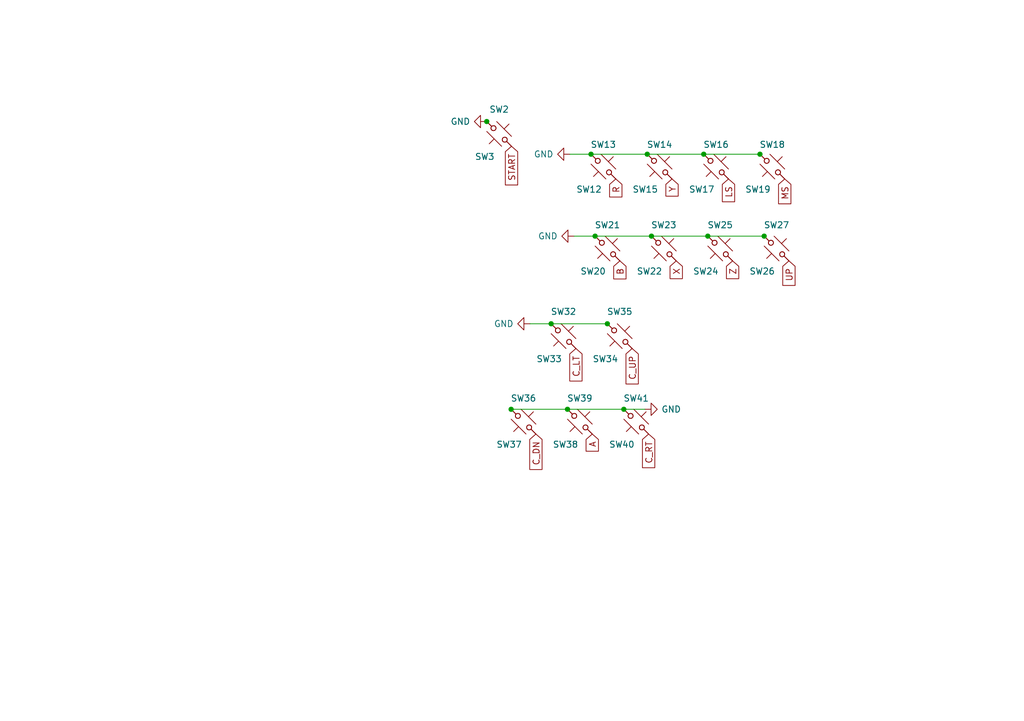
<source format=kicad_sch>
(kicad_sch (version 20230121) (generator eeschema)
  (paper "A5")
  (lib_symbols
    (symbol "marbastlib-mx:MX_SW_HS" (pin_numbers hide) (pin_names (offset 1.016) hide)
      (property "Reference" "SW" (at 3.048 1.016 0))
      (property "Value" "MX_SW_HS" (at 0 -3.81 0))
      (symbol "MX_SW_HS_0_1"
        (circle (center -1.1684 1.1684) (radius 0.508))
        (polyline (pts (xy -0.508 2.54) (xy 2.54 -0.508)))
        (polyline (pts (xy 1.016 1.016) (xy 2.032 2.032)))
        (polyline (pts (xy -2.54 2.54) (xy -1.524 1.524) (xy -1.524 1.524)))
        (polyline (pts (xy 1.524 -1.524) (xy 2.54 -2.54) (xy 2.54 -2.54) (xy 2.54 -2.54)))
        (circle (center 1.143 -1.1938) (radius 0.508))
        (pin passive line (at -2.54 2.54 0) (length 0) (name "1") (number "1"))
        (pin passive line (at 2.54 -2.54 180) (length 0) (name "2") (number "2"))
      )
    )
    (symbol "marbastlib-mx:MX_SW_solder" (pin_numbers hide) (pin_names (offset 1.016) hide)
      (property "Reference" "SW" (at 3.048 1.016 0))
      (property "Value" "MX_SW_solder" (at 0 -3.81 0))
      (symbol "MX_SW_solder_0_1"
        (circle (center -1.1684 1.1684) (radius 0.508))
        (polyline (pts (xy -0.508 2.54) (xy 2.54 -0.508)))
        (polyline (pts (xy 1.016 1.016) (xy 2.032 2.032)))
        (polyline (pts (xy -2.54 2.54) (xy -1.524 1.524) (xy -1.524 1.524)))
        (polyline (pts (xy 1.524 -1.524) (xy 2.54 -2.54) (xy 2.54 -2.54) (xy 2.54 -2.54)))
        (circle (center 1.143 -1.1938) (radius 0.508))
        (pin passive line (at -2.54 2.54 0) (length 0) (name "1") (number "1"))
        (pin passive line (at 2.54 -2.54 180) (length 0) (name "2") (number "2"))
      )
    )
    (symbol "power:GND" (power) (pin_names (offset 0))
      (property "Value" "GND" (at 0 -3.81 0))
      (symbol "GND_0_1"
        (polyline (pts (xy 0 0) (xy 0 -1.27) (xy 1.27 -1.27) (xy 0 -2.54) (xy -1.27 -1.27) (xy 0 -1.27)))
      )
      (symbol "GND_1_1"
        (pin power_in line (at 0 0 270) (length 0) hide (name "GND") (number "1"))
      )
    )
  )
  (junction (at 155.8544 31.6484))
  (junction (at 121.2088 31.6484))
  (junction (at 104.8258 83.9978))
  (junction (at 144.3228 31.6484))
  (junction (at 124.5616 66.4464))
  (junction (at 122.047 48.4632))
  (junction (at 132.7404 31.6484))
  (junction (at 133.604 48.4632))
  (junction (at 99.822 24.9428))
  (junction (at 145.161 48.4632))
  (junction (at 116.3828 83.9978))
  (junction (at 127.9398 83.9978))
  (junction (at 156.718 48.4632))
  (junction (at 113.03 66.4464))
  (wire (pts (xy 117.7544 48.4632) (xy 122.047 48.4632)))
  (wire (pts (xy 132.2578 83.9978) (xy 127.9398 83.9978)))
  (wire (pts (xy 116.8908 31.6484) (xy 121.2088 31.6484)))
  (wire (pts (xy 104.8258 83.9978) (xy 116.3828 83.9978)))
  (wire (pts (xy 145.161 48.4632) (xy 156.718 48.4632)))
  (wire (pts (xy 108.712 66.4464) (xy 113.03 66.4464)))
  (wire (pts (xy 132.7404 31.6484) (xy 144.3228 31.6484)))
  (wire (pts (xy 144.3228 31.6484) (xy 155.8544 31.6484)))
  (wire (pts (xy 133.604 48.4632) (xy 145.161 48.4632)))
  (wire (pts (xy 122.047 48.4632) (xy 133.604 48.4632)))
  (wire (pts (xy 113.03 66.4464) (xy 124.5616 66.4464)))
  (wire (pts (xy 121.2088 31.6484) (xy 132.7404 31.6484)))
  (wire (pts (xy 116.3828 83.9978) (xy 127.9398 83.9978)))
  (global_label "Z" (shape input) (at 150.241 53.5432 270) (property "Intersheetrefs" "${INTERSHEET_REFS}" (effects hide)))
  (global_label "C_UP" (shape input) (at 129.6416 71.5264 270) (property "Intersheetrefs" "${INTERSHEET_REFS}" (effects hide)))
  (global_label "LS" (shape input) (at 149.4028 36.7284 270) (property "Intersheetrefs" "${INTERSHEET_REFS}" (effects hide)))
  (global_label "X" (shape input) (at 138.684 53.5432 270) (property "Intersheetrefs" "${INTERSHEET_REFS}" (effects hide)))
  (global_label "B" (shape input) (at 127.127 53.5432 270) (property "Intersheetrefs" "${INTERSHEET_REFS}" (effects hide)))
  (global_label "C_DN" (shape input) (at 109.9058 89.0778 270) (property "Intersheetrefs" "${INTERSHEET_REFS}" (effects hide)))
  (global_label "R" (shape input) (at 126.2888 36.7284 270) (property "Intersheetrefs" "${INTERSHEET_REFS}" (effects hide)))
  (global_label "C_RT" (shape input) (at 133.0198 89.0778 270) (property "Intersheetrefs" "${INTERSHEET_REFS}" (effects hide)))
  (global_label "START" (shape input) (at 104.902 30.0228 270) (property "Intersheetrefs" "${INTERSHEET_REFS}" (effects hide)))
  (global_label "Y" (shape input) (at 137.8204 36.7284 270) (property "Intersheetrefs" "${INTERSHEET_REFS}" (effects hide)))
  (global_label "C_LT" (shape input) (at 118.11 71.5264 270) (property "Intersheetrefs" "${INTERSHEET_REFS}" (effects hide)))
  (global_label "A" (shape input) (at 121.4628 89.0778 270) (property "Intersheetrefs" "${INTERSHEET_REFS}" (effects hide)))
  (global_label "MS" (shape input) (at 160.9344 36.7284 270) (property "Intersheetrefs" "${INTERSHEET_REFS}" (effects hide)))
  (global_label "UP" (shape input) (at 161.798 53.5432 270) (property "Intersheetrefs" "${INTERSHEET_REFS}" (effects hide)))
  (symbol (lib_id "marbastlib-mx:MX_SW_solder") (at 118.9228 86.5378 180) (unit 1)
    (property "Reference" "SW38" (at 115.9764 91.2114 0))
    (property "Value" "MX_SW_solder" (effects hide))
    (property "Footprint" "marbastlib-mx:SW_MX_1u" (effects hide))
  )
  (symbol (lib_id "power:GND") (at 117.7544 48.4632 270) (unit 1)
    (property "Reference" "#PWR035" (effects hide))
    (property "Value" "GND" (at 114.4016 48.4631 90) (effects (justify right)))
  )
  (symbol (lib_id "marbastlib-mx:MX_SW_solder") (at 123.7488 34.1884 180) (unit 1)
    (property "Reference" "SW12" (at 120.8024 38.862 0))
    (property "Value" "MX_SW_solder" (effects hide))
    (property "Footprint" "marbastlib-mx:SW_MX_1u" (effects hide))
  )
  (symbol (lib_id "marbastlib-mx:MX_SW_HS") (at 147.701 51.0032 0) (unit 1)
    (property "Reference" "SW25" (at 147.701 46.1772 0))
    (property "Value" "MX_SW_HS" (effects hide))
    (property "Footprint" "marbastlib-mx:SW_MX_HS_1u" (effects hide))
    (instances (project "HybridBox" (path "" (reference "SW25") (unit 1)) (path "" (reference "SW24") (unit 1))))
  )
  (symbol (lib_id "marbastlib-mx:MX_SW_HS") (at 136.144 51.0032 0) (unit 1)
    (property "Reference" "SW23" (at 136.144 46.1772 0))
    (property "Value" "MX_SW_HS" (effects hide))
    (property "Footprint" "marbastlib-mx:SW_MX_HS_1u" (effects hide))
    (instances (project "HybridBox" (path "" (reference "SW23") (unit 1)) (path "" (reference "SW22") (unit 1))))
  )
  (symbol (lib_id "marbastlib-mx:MX_SW_HS") (at 115.57 68.9864 0) (unit 1)
    (property "Reference" "SW32" (at 115.57 63.9572 0))
    (property "Value" "MX_SW_HS" (effects hide))
    (property "Footprint" "marbastlib-mx:SW_MX_HS_1u" (effects hide))
  )
  (symbol (lib_id "marbastlib-mx:MX_SW_solder") (at 124.587 51.0032 180) (unit 1)
    (property "Reference" "SW20" (at 121.6406 55.6768 0))
    (property "Value" "MX_SW_solder" (effects hide))
    (property "Footprint" "marbastlib-mx:SW_MX_1u" (effects hide))
  )
  (symbol (lib_id "marbastlib-mx:MX_SW_HS") (at 130.4798 86.5378 0) (unit 1)
    (property "Reference" "SW41" (at 130.4798 81.7372 0))
    (property "Value" "MX_SW_HS" (effects hide))
    (property "Footprint" "marbastlib-mx:SW_MX_HS_1u" (effects hide))
    (instances (project "HybridBox" (path "" (reference "SW41") (unit 1)) (path "" (reference "SW40") (unit 1))))
  )
  (symbol (lib_id "marbastlib-mx:MX_SW_HS") (at 102.362 27.4828 0) (unit 1)
    (property "Reference" "SW2" (at 102.362 22.4536 0))
    (property "Value" "MX_SW_HS" (effects hide))
    (property "Footprint" "marbastlib-mx:SW_MX_HS_1u" (effects hide))
  )
  (symbol (lib_id "marbastlib-mx:MX_SW_HS") (at 146.8628 34.1884 0) (unit 1)
    (property "Reference" "SW16" (at 146.8628 29.6672 0))
    (property "Value" "MX_SW_HS" (effects hide))
    (property "Footprint" "marbastlib-mx:SW_MX_HS_1u" (effects hide))
  )
  (symbol (lib_id "marbastlib-mx:MX_SW_HS") (at 158.3944 34.1884 0) (unit 1)
    (property "Reference" "SW18" (at 158.3944 29.6672 0))
    (property "Value" "MX_SW_HS" (effects hide))
    (property "Footprint" "marbastlib-mx:SW_MX_HS_1u" (effects hide))
  )
  (symbol (lib_id "power:GND") (at 108.712 66.4464 270) (unit 1)
    (property "Reference" "#PWR037" (effects hide))
    (property "Value" "GND" (at 105.3592 66.4463 90) (effects (justify right)))
  )
  (symbol (lib_id "marbastlib-mx:MX_SW_HS") (at 135.2804 34.1884 0) (unit 1)
    (property "Reference" "SW14" (at 135.2804 29.6672 0))
    (property "Value" "MX_SW_HS" (effects hide))
    (property "Footprint" "marbastlib-mx:SW_MX_HS_1u" (effects hide))
  )
  (symbol (lib_id "power:GND") (at 132.2578 83.9978 90) (unit 1)
    (property "Reference" "#PWR038" (effects hide))
    (property "Value" "GND" (at 135.6106 83.9979 90) (effects (justify right)))
  )
  (symbol (lib_id "marbastlib-mx:MX_SW_HS") (at 124.587 51.0032 0) (unit 1)
    (property "Reference" "SW21" (at 124.587 46.1772 0))
    (property "Value" "MX_SW_HS" (effects hide))
    (property "Footprint" "marbastlib-mx:SW_MX_HS_1u" (effects hide))
  )
  (symbol (lib_id "marbastlib-mx:MX_SW_HS") (at 159.258 51.0032 0) (unit 1)
    (property "Reference" "SW27" (at 159.258 46.1772 0))
    (property "Value" "MX_SW_HS" (effects hide))
    (property "Footprint" "marbastlib-mx:SW_MX_HS_1u" (effects hide))
    (instances (project "HybridBox" (path "" (reference "SW27") (unit 1)) (path "" (reference "SW26") (unit 1))))
  )
  (symbol (lib_id "marbastlib-mx:MX_SW_HS") (at 118.9228 86.5378 0) (unit 1)
    (property "Reference" "SW39" (at 118.9228 81.7372 0))
    (property "Value" "MX_SW_HS" (effects hide))
    (property "Footprint" "marbastlib-mx:SW_MX_HS_1u" (effects hide))
  )
  (symbol (lib_id "power:GND") (at 116.8908 31.6484 270) (unit 1)
    (property "Reference" "#PWR034" (effects hide))
    (property "Value" "GND" (at 113.538 31.6483 90) (effects (justify right)))
  )
  (symbol (lib_id "marbastlib-mx:MX_SW_solder") (at 130.4798 86.5378 180) (unit 1)
    (property "Reference" "SW40" (at 127.5334 91.2114 0))
    (property "Value" "MX_SW_solder" (effects hide))
    (property "Footprint" "marbastlib-mx:SW_MX_1u" (effects hide))
    (instances (project "HybridBox" (path "" (reference "SW40") (unit 1)) (path "" (reference "SW41") (unit 1))))
  )
  (symbol (lib_id "marbastlib-mx:MX_SW_HS") (at 107.3658 86.5378 0) (unit 1)
    (property "Reference" "SW36" (at 107.3658 81.7372 0))
    (property "Value" "MX_SW_HS" (effects hide))
    (property "Footprint" "marbastlib-mx:SW_MX_HS_1u" (effects hide))
  )
  (symbol (lib_id "marbastlib-mx:MX_SW_solder") (at 146.8628 34.1884 180) (unit 1)
    (property "Reference" "SW17" (at 143.9164 38.862 0))
    (property "Value" "MX_SW_solder" (effects hide))
    (property "Footprint" "marbastlib-mx:SW_MX_1u" (effects hide))
  )
  (symbol (lib_id "marbastlib-mx:MX_SW_HS") (at 127.1016 68.9864 0) (unit 1)
    (property "Reference" "SW35" (at 127.1016 63.9572 0))
    (property "Value" "MX_SW_HS" (effects hide))
    (property "Footprint" "marbastlib-mx:SW_MX_HS_1u" (effects hide))
    (instances (project "HybridBox" (path "" (reference "SW35") (unit 1)) (path "" (reference "SW34") (unit 1))))
  )
  (symbol (lib_id "marbastlib-mx:MX_SW_solder") (at 147.701 51.0032 180) (unit 1)
    (property "Reference" "SW24" (at 144.7546 55.6768 0))
    (property "Value" "MX_SW_solder" (effects hide))
    (property "Footprint" "marbastlib-mx:SW_MX_1u" (effects hide))
    (instances (project "HybridBox" (path "" (reference "SW24") (unit 1)) (path "" (reference "SW25") (unit 1))))
  )
  (symbol (lib_id "marbastlib-mx:MX_SW_solder") (at 127.1016 68.9864 180) (unit 1)
    (property "Reference" "SW34" (at 124.1552 73.66 0))
    (property "Value" "MX_SW_solder" (effects hide))
    (property "Footprint" "marbastlib-mx:SW_MX_1u" (effects hide))
    (instances (project "HybridBox" (path "" (reference "SW34") (unit 1)) (path "" (reference "SW35") (unit 1))))
  )
  (symbol (lib_id "marbastlib-mx:MX_SW_solder") (at 107.3658 86.5378 180) (unit 1)
    (property "Reference" "SW37" (at 104.4194 91.2114 0))
    (property "Value" "MX_SW_solder" (effects hide))
    (property "Footprint" "marbastlib-mx:SW_MX_1u" (effects hide))
  )
  (symbol (lib_id "marbastlib-mx:MX_SW_solder") (at 159.258 51.0032 180) (unit 1)
    (property "Reference" "SW26" (at 156.3116 55.6768 0))
    (property "Value" "MX_SW_solder" (effects hide))
    (property "Footprint" "marbastlib-mx:SW_MX_1u" (effects hide))
    (instances (project "HybridBox" (path "" (reference "SW26") (unit 1)) (path "" (reference "SW27") (unit 1))))
  )
  (symbol (lib_id "marbastlib-mx:MX_SW_solder") (at 135.2804 34.1884 180) (unit 1)
    (property "Reference" "SW15" (at 132.334 38.862 0))
    (property "Value" "MX_SW_solder" (effects hide))
    (property "Footprint" "marbastlib-mx:SW_MX_1u" (effects hide))
  )
  (symbol (lib_id "marbastlib-mx:MX_SW_solder") (at 158.3944 34.1884 180) (unit 1)
    (property "Reference" "SW19" (at 155.448 38.862 0))
    (property "Value" "MX_SW_solder" (effects hide))
    (property "Footprint" "marbastlib-mx:SW_MX_1u" (effects hide))
  )
  (symbol (lib_id "marbastlib-mx:MX_SW_solder") (at 115.57 68.9864 180) (unit 1)
    (property "Reference" "SW33" (at 112.6236 73.66 0))
    (property "Value" "MX_SW_solder" (effects hide))
    (property "Footprint" "marbastlib-mx:SW_MX_1u" (effects hide))
  )
  (symbol (lib_id "power:GND") (at 99.822 24.9428 270) (unit 1)
    (property "Reference" "#PWR032" (effects hide))
    (property "Value" "GND" (at 96.4692 24.9427 90) (effects (justify right)))
  )
  (symbol (lib_id "marbastlib-mx:MX_SW_solder") (at 136.144 51.0032 180) (unit 1)
    (property "Reference" "SW22" (at 133.1976 55.6768 0))
    (property "Value" "MX_SW_solder" (effects hide))
    (property "Footprint" "marbastlib-mx:SW_MX_1u" (effects hide))
    (instances (project "HybridBox" (path "" (reference "SW22") (unit 1)) (path "" (reference "SW23") (unit 1))))
  )
  (symbol (lib_id "marbastlib-mx:MX_SW_solder") (at 102.362 27.4828 180) (unit 1)
    (property "Reference" "SW3" (at 99.4156 32.1564 0))
    (property "Value" "MX_SW_solder" (effects hide))
    (property "Footprint" "marbastlib-mx:SW_MX_1u" (effects hide))
  )
  (symbol (lib_id "marbastlib-mx:MX_SW_HS") (at 123.7488 34.1884 0) (unit 1)
    (property "Reference" "SW13" (at 123.7488 29.6672 0))
    (property "Value" "MX_SW_HS" (effects hide))
    (property "Footprint" "marbastlib-mx:SW_MX_HS_1u" (effects hide))
  )
)
</source>
